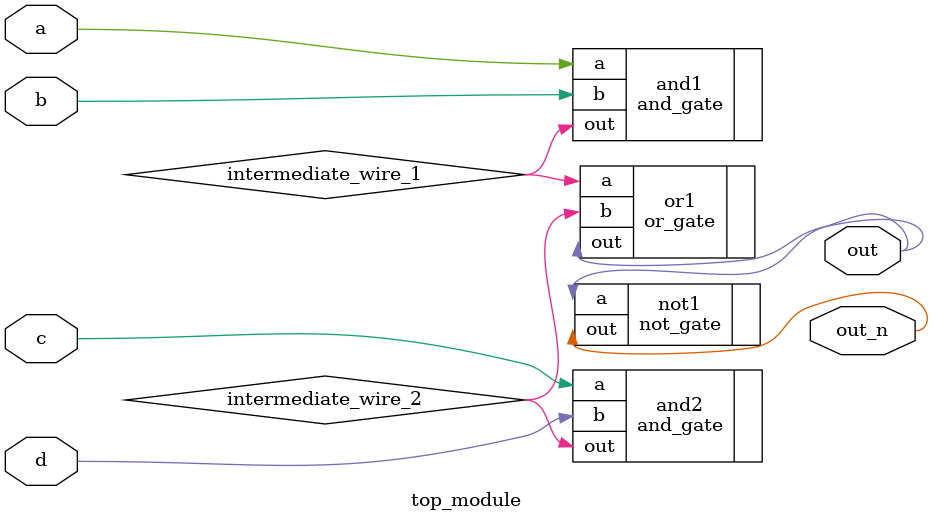
<source format=sv>
module top_module (
    input a,
    input b,
    input c,
    input d,
    output out,
    output out_n );
    
    wire intermediate_wire_1;
    wire intermediate_wire_2;
    
    and_gate and1 (
        .a(a),
        .b(b),
        .out(intermediate_wire_1)
    );
    
    and_gate and2 (
        .a(c),
        .b(d),
        .out(intermediate_wire_2)
    );
    
    or_gate or1 (
        .a(intermediate_wire_1),
        .b(intermediate_wire_2),
        .out(out)
    );
    
    not_gate not1 (
        .a(out),
        .out(out_n)
    );
    
endmodule

</source>
